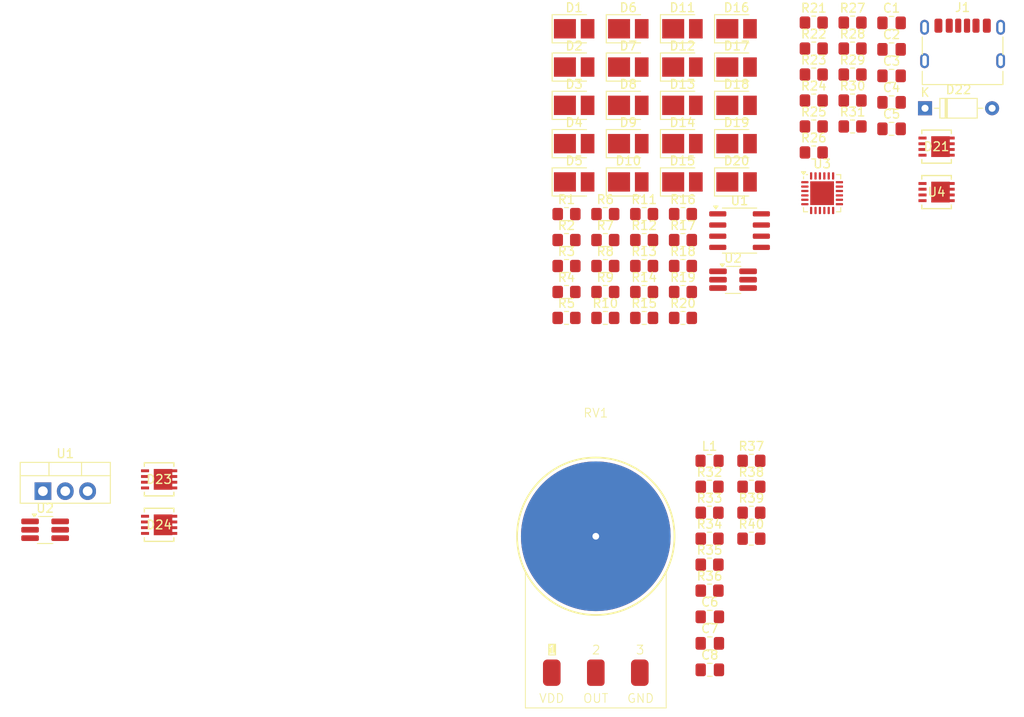
<source format=kicad_pcb>
(kicad_pcb (version 20240108) (generator "pcbnew") (generator_version "8.0")
  (layers (0 "F.Cu" signal) (31 "B.Cu" signal) (34 "B.Paste" user) (35 "F.Paste" user) (36 "B.SilkS" user "B.Silkscreen") (37 "F.SilkS" user "F.Silkscreen") (38 "B.Mask" user) (39 "F.Mask" user) (44 "Edge.Cuts" user))
  (net 0 "")
  (net 1 "/USB_C_PD_Input/VSNK")
  (net 2 "Net-(C1-Pad2)")
  (net 3 "Net-(D22-K)")
  (net 4 "GND")
  (net 5 "/USB_C_PD_Input/VREG_1v2")
  (net 6 "/USB_C_PD_Input/VREG_2v7")
  (net 7 "VBUS")
  (net 8 "Net-(D1-A)")
  (net 9 "Net-(D1-K)")
  (net 10 "Net-(D2-K)")
  (net 11 "Net-(D2-A)")
  (net 12 "Net-(D3-K)")
  (net 13 "Net-(D3-A)")
  (net 14 "Net-(D4-K)")
  (net 15 "Net-(D4-A)")
  (net 16 "Net-(D5-A)")
  (net 17 "Net-(D5-K)")
  (net 18 "Net-(D6-K)")
  (net 19 "Net-(D6-A)")
  (net 20 "Net-(D7-K)")
  (net 21 "Net-(D7-A)")
  (net 22 "Net-(D8-K)")
  (net 23 "Net-(D8-A)")
  (net 24 "Net-(D9-A)")
  (net 25 "Net-(D9-K)")
  (net 26 "Net-(D10-A)")
  (net 27 "Net-(D10-K)")
  (net 28 "Net-(D11-K)")
  (net 29 "Net-(D11-A)")
  (net 30 "Net-(D12-K)")
  (net 31 "Net-(D12-A)")
  (net 32 "Net-(D13-A)")
  (net 33 "Net-(D13-K)")
  (net 34 "Net-(D14-K)")
  (net 35 "Net-(D14-A)")
  (net 36 "Net-(D15-A)")
  (net 37 "Net-(D15-K)")
  (net 38 "Net-(D16-A)")
  (net 39 "Net-(D16-K)")
  (net 40 "Net-(D17-A)")
  (net 41 "Net-(D18-A)")
  (net 42 "Net-(D19-A)")
  (net 43 "Net-(D20-A)")
  (net 44 "/USB_C_PD_Input/CC1")
  (net 45 "/USB_C_PD_Input/CC2")
  (net 46 "/LED-")
  (net 47 "+15V")
  (net 48 "Net-(U2-BST)")
  (net 49 "/USB_C_PD_Input/RST")
  (net 50 "Net-(U4-G)")
  (net 51 "Net-(U3-VBUS_EN_SNK)")
  (net 52 "/USB_C_PD_Input/CC1_DEAD_BAT_ENB")
  (net 53 "/USB_C_PD_Input/CC2_DEAD_BAT_ENB")
  (net 54 "Net-(U3-DISCH)")
  (net 55 "/USB_C_PD_Input/VBUS_VS_DISCH")
  (net 71 "Net-(U2-SW)")
  (net 75 "/USB_C_PD_Input/ADDR0")
  (net 77 "/LED_DIM")
  (net 78 "/USB_C_PD_Input/ADDR1")
  (net 80 "/USB_C_PD_Input/ALERT")
  (net 81 "Net-(U2-FB)")
  (net 87 "LED+")
  (net 88 "Net-(R39-Pad2)")
  (net 89 "Net-(R40-Pad2)")
  (footprint "Resistor_SMD:R_0805_2012Metric_Pad1.20x1.40mm_HandSolder" (layer "F.Cu") (at 161.09 76.17)
    (property "Reference" "R7" (at 0 -1.65 0) (layer "F.SilkS"))
    (property "Value" "5R")
    (pad "1" smd roundrect (at -1 0) (size 1.2 1.4) (layers "F.Cu" "F.Paste" "F.Mask") (roundrect_rratio 0.208333) (net 12 "Net-(D3-K)"))
    (pad "2" smd roundrect (at 1 0) (size 1.2 1.4) (layers "F.Cu" "F.Paste" "F.Mask") (roundrect_rratio 0.208333) (net 21 "Net-(D7-A)"))
  )
  (footprint "Resistor_SMD:R_0805_2012Metric_Pad1.20x1.40mm_HandSolder" (layer "F.Cu") (at 169.91 73.22)
    (property "Reference" "R16" (at 0 -1.65 0) (layer "F.SilkS"))
    (property "Value" "5R")
    (pad "1" smd roundrect (at -1 0) (size 1.2 1.4) (layers "F.Cu" "F.Paste" "F.Mask") (roundrect_rratio 0.208333) (net 30 "Net-(D12-K)"))
    (pad "2" smd roundrect (at 1 0) (size 1.2 1.4) (layers "F.Cu" "F.Paste" "F.Mask") (roundrect_rratio 0.208333) (net 38 "Net-(D16-A)"))
  )
  (footprint "Resistor_SMD:R_0805_2012Metric_Pad1.20x1.40mm_HandSolder" (layer "F.Cu") (at 184.77 60.32)
    (property "Reference" "R24" (at 0 -1.65 0) (layer "F.SilkS"))
    (property "Value" "0")
    (pad "1" smd roundrect (at -1 0) (size 1.2 1.4) (layers "F.Cu" "F.Paste" "F.Mask") (roundrect_rratio 0.208333) (net 52 "/USB_C_PD_Input/CC1_DEAD_BAT_ENB"))
    (pad "2" smd roundrect (at 1 0) (size 1.2 1.4) (layers "F.Cu" "F.Paste" "F.Mask") (roundrect_rratio 0.208333) (net 44 "/USB_C_PD_Input/CC1"))
  )
  (footprint "Capacitor_SMD:C_0805_2012Metric_Pad1.18x1.45mm_HandSolder" (layer "F.Cu") (at 172.9625 121.99)
    (property "Reference" "C7" (at 0 -1.68 0) (layer "F.SilkS"))
    (property "Value" "10uF")
    (pad "1" smd roundrect (at -1.0375 0) (size 1.175 1.45) (layers "F.Cu" "F.Paste" "F.Mask") (roundrect_rratio 0.212766) (net 4 "GND"))
    (pad "2" smd roundrect (at 1.0375 0) (size 1.175 1.45) (layers "F.Cu" "F.Paste" "F.Mask") (roundrect_rratio 0.212766) (net 1 "/USB_C_PD_Input/VSNK"))
  )
  (footprint "Resistor_SMD:R_0805_2012Metric_Pad1.20x1.40mm_HandSolder" (layer "F.Cu") (at 184.77 54.42)
    (property "Reference" "R22" (at 0 -1.65 0) (layer "F.SilkS"))
    (property "Value" "100k")
    (pad "1" smd roundrect (at -1 0) (size 1.2 1.4) (layers "F.Cu" "F.Paste" "F.Mask") (roundrect_rratio 0.208333) (net 7 "VBUS"))
    (pad "2" smd roundrect (at 1 0) (size 1.2 1.4) (layers "F.Cu" "F.Paste" "F.Mask") (roundrect_rratio 0.208333) (net 50 "Net-(U4-G)"))
  )
  (footprint "ASethi_Footprints:TVS_ESDA25P35-1U1M" (layer "F.Cu") (at 110.3998 103.359401)
    (property "Reference" "D23" (at 0 0 0) (layer "F.SilkS"))
    (property "Value" "ESDA25P35-1U1M")
    (fp_poly (pts (xy 1.4986 -1.1811) (xy -0.6096 -1.1811) (xy -0.6096 1.1811) (xy 1.4986 1.1811)) (fill solid) (layer "F.Cu"))
    (pad "1" smd rect (at -1.6002 -0.974999) (size 0.9144 0.3302) (layers "F.Cu" "F.Paste" "F.Mask"))
    (pad "2" smd rect (at -1.6002 -0.325001) (size 0.9144 0.3302) (layers "F.Cu" "F.Paste" "F.Mask"))
    (pad "3" smd rect (at -1.6002 0.325001) (size 0.9144 0.3302) (layers "F.Cu" "F.Paste" "F.Mask"))
    (pad "4" smd rect (at -1.6002 0.974999) (size 0.9144 0.3302) (layers "F.Cu" "F.Paste" "F.Mask"))
    (pad "5" smd rect (at 1.6002 0.974999) (size 0.9144 0.3302) (layers "F.Cu" "F.Paste" "F.Mask"))
    (pad "6" smd rect (at 1.6002 0.325001) (size 0.9144 0.3302) (layers "F.Cu" "F.Paste" "F.Mask"))
    (pad "7" smd rect (at 1.6002 -0.325001) (size 0.9144 0.3302) (layers "F.Cu" "F.Paste" "F.Mask"))
    (pad "8" smd rect (at 1.6002 -0.974999) (size 0.9144 0.3302) (layers "F.Cu" "F.Paste" "F.Mask"))
  )
  (footprint "LED_SMD:LED_PLCC_2835_Handsoldering" (layer "F.Cu") (at 163.7 60.87)
    (property "Reference" "D8" (at 0 -2.4 0) (layer "F.SilkS"))
    (property "Value" "LED")
    (pad "1" smd rect (at -1.05 0) (size 2.5 2.2) (layers "F.Cu" "F.Paste" "F.Mask") (net 22 "Net-(D8-K)"))
    (pad "2" smd rect (at 1.525 0) (size 1.55 2.2) (layers "F.Cu" "F.Paste" "F.Mask") (net 23 "Net-(D8-A)"))
  )
  (footprint "LED_SMD:LED_PLCC_2835_Handsoldering" (layer "F.Cu") (at 169.85 65.22)
    (property "Reference" "D14" (at 0 -2.4 0) (layer "F.SilkS"))
    (property "Value" "LED")
    (pad "1" smd rect (at -1.05 0) (size 2.5 2.2) (layers "F.Cu" "F.Paste" "F.Mask") (net 34 "Net-(D14-K)"))
    (pad "2" smd rect (at 1.525 0) (size 1.55 2.2) (layers "F.Cu" "F.Paste" "F.Mask") (net 35 "Net-(D14-A)"))
  )
  (footprint "Resistor_SMD:R_0805_2012Metric_Pad1.20x1.40mm_HandSolder" (layer "F.Cu") (at 161.09 79.12)
    (property "Reference" "R8" (at 0 -1.65 0) (layer "F.SilkS"))
    (property "Value" "5R")
    (pad "1" smd roundrect (at -1 0) (size 1.2 1.4) (layers "F.Cu" "F.Paste" "F.Mask") (roundrect_rratio 0.208333) (net 14 "Net-(D4-K)"))
    (pad "2" smd roundrect (at 1 0) (size 1.2 1.4) (layers "F.Cu" "F.Paste" "F.Mask") (roundrect_rratio 0.208333) (net 23 "Net-(D8-A)"))
  )
  (footprint "Resistor_SMD:R_0805_2012Metric_Pad1.20x1.40mm_HandSolder" (layer "F.Cu") (at 172.9325 110.1)
    (property "Reference" "R34" (at 0 -1.65 0) (layer "F.SilkS"))
    (property "Value" "100k")
    (pad "1" smd roundrect (at -1 0) (size 1.2 1.4) (layers "F.Cu" "F.Paste" "F.Mask") (roundrect_rratio 0.208333) (net 49 "/USB_C_PD_Input/RST"))
    (pad "2" smd roundrect (at 1 0) (size 1.2 1.4) (layers "F.Cu" "F.Paste" "F.Mask") (roundrect_rratio 0.208333) (net 4 "GND"))
  )
  (footprint "ASethi_Footprints:TVS_ESDA25P35-1U1M" (layer "F.Cu") (at 110.3998 108.525001)
    (property "Reference" "D24" (at 0 0 0) (layer "F.SilkS"))
    (property "Value" "ESDA25P35-1U1M")
    (fp_poly (pts (xy 1.4986 -1.1811) (xy -0.6096 -1.1811) (xy -0.6096 1.1811) (xy 1.4986 1.1811)) (fill solid) (layer "F.Cu"))
    (pad "1" smd rect (at -1.6002 -0.974999) (size 0.9144 0.3302) (layers "F.Cu" "F.Paste" "F.Mask"))
    (pad "2" smd rect (at -1.6002 -0.325001) (size 0.9144 0.3302) (layers "F.Cu" "F.Paste" "F.Mask"))
    (pad "3" smd rect (at -1.6002 0.325001) (size 0.9144 0.3302) (layers "F.Cu" "F.Paste" "F.Mask"))
    (pad "4" smd rect (at -1.6002 0.974999) (size 0.9144 0.3302) (layers "F.Cu" "F.Paste" "F.Mask"))
    (pad "5" smd rect (at 1.6002 0.974999) (size 0.9144 0.3302) (layers "F.Cu" "F.Paste" "F.Mask"))
    (pad "6" smd rect (at 1.6002 0.325001) (size 0.9144 0.3302) (layers "F.Cu" "F.Paste" "F.Mask"))
    (pad "7" smd rect (at 1.6002 -0.325001) (size 0.9144 0.3302) (layers "F.Cu" "F.Paste" "F.Mask"))
    (pad "8" smd rect (at 1.6002 -0.974999) (size 0.9144 0.3302) (layers "F.Cu" "F.Paste" "F.Mask"))
  )
  (footprint "LED_SMD:LED_PLCC_2835_Handsoldering" (layer "F.Cu") (at 169.85 69.57)
    (property "Reference" "D15" (at 0 -2.4 0) (layer "F.SilkS"))
    (property "Value" "LED")
    (pad "1" smd rect (at -1.05 0) (size 2.5 2.2) (layers "F.Cu" "F.Paste" "F.Mask") (net 37 "Net-(D15-K)"))
    (pad "2" smd rect (at 1.525 0) (size 1.55 2.2) (layers "F.Cu" "F.Paste" "F.Mask") (net 36 "Net-(D15-A)"))
  )
  (footprint "Resistor_SMD:R_0805_2012Metric_Pad1.20x1.40mm_HandSolder" (layer "F.Cu") (at 184.77 63.27)
    (property "Reference" "R25" (at 0 -1.65 0) (layer "F.SilkS"))
    (property "Value" "0")
    (pad "1" smd roundrect (at -1 0) (size 1.2 1.4) (layers "F.Cu" "F.Paste" "F.Mask") (roundrect_rratio 0.208333) (net 53 "/USB_C_PD_Input/CC2_DEAD_BAT_ENB"))
    (pad "2" smd roundrect (at 1 0) (size 1.2 1.4) (layers "F.Cu" "F.Paste" "F.Mask") (roundrect_rratio 0.208333) (net 4 "GND"))
  )
  (footprint "LED_SMD:LED_PLCC_2835_Handsoldering" (layer "F.Cu") (at 157.55 56.52)
    (property "Reference" "D2" (at 0 -2.4 0) (layer "F.SilkS"))
    (property "Value" "LED")
    (pad "1" smd rect (at -1.05 0) (size 2.5 2.2) (layers "F.Cu" "F.Paste" "F.Mask") (net 10 "Net-(D2-K)"))
    (pad "2" smd rect (at 1.525 0) (size 1.55 2.2) (layers "F.Cu" "F.Paste" "F.Mask") (net 11 "Net-(D2-A)"))
  )
  (footprint "Resistor_SMD:R_0805_2012Metric_Pad1.20x1.40mm_HandSolder" (layer "F.Cu") (at 184.77 66.22)
    (property "Reference" "R26" (at 0 -1.65 0) (layer "F.SilkS"))
    (property "Value" "0")
    (pad "1" smd roundrect (at -1 0) (size 1.2 1.4) (layers "F.Cu" "F.Paste" "F.Mask") (roundrect_rratio 0.208333) (net 52 "/USB_C_PD_Input/CC1_DEAD_BAT_ENB"))
    (pad "2" smd roundrect (at 1 0) (size 1.2 1.4) (layers "F.Cu" "F.Paste" "F.Mask") (roundrect_rratio 0.208333) (net 4 "GND"))
  )
  (footprint "Resistor_SMD:R_0805_2012Metric_Pad1.20x1.40mm_HandSolder" (layer "F.Cu") (at 169.91 79.12)
    (property "Reference" "R18" (at 0 -1.65 0) (layer "F.SilkS"))
    (property "Value" "5R")
    (pad "1" smd roundrect (at -1 0) (size 1.2 1.4) (layers "F.Cu" "F.Paste" "F.Mask") (roundrect_rratio 0.208333) (net 34 "Net-(D14-K)"))
    (pad "2" smd roundrect (at 1 0) (size 1.2 1.4) (layers "F.Cu" "F.Paste" "F.Mask") (roundrect_rratio 0.208333) (net 41 "Net-(D18-A)"))
  )
  (footprint "Package_TO_SOT_THT:TO-220-3_Vertical" (layer "F.Cu") (at 97.1972 104.701601)
    (property "Reference" "U1" (at 2.54 -4.27 0) (layer "F.SilkS"))
    (property "Value" "LM7815_TO220")
    (pad "1" thru_hole rect (at 0 0) (size 1.905 2) (drill 1.1) (layers "*.Cu" "*.Mask") (net 1 "/USB_C_PD_Input/VSNK"))
    (pad "2" thru_hole oval (at 2.54 0) (size 1.905 2) (drill 1.1) (layers "*.Cu" "*.Mask") (net 4 "GND"))
    (pad "3" thru_hole oval (at 5.08 0) (size 1.905 2) (drill 1.1) (layers "*.Cu" "*.Mask") (net 47 "+15V"))
  )
  (footprint "LED_SMD:LED_PLCC_2835_Handsoldering" (layer "F.Cu") (at 176 69.57)
    (property "Reference" "D20" (at 0 -2.4 0) (layer "F.SilkS"))
    (property "Value" "LED")
    (pad "1" smd rect (at -1.05 0) (size 2.5 2.2) (layers "F.Cu" "F.Paste" "F.Mask") (net 46 "/LED-"))
    (pad "2" smd rect (at 1.525 0) (size 1.55 2.2) (layers "F.Cu" "F.Paste" "F.Mask") (net 43 "Net-(D20-A)"))
  )
  (footprint "Resistor_SMD:R_0805_2012Metric_Pad1.20x1.40mm_HandSolder" (layer "F.Cu") (at 165.5 73.22)
    (property "Reference" "R11" (at 0 -1.65 0) (layer "F.SilkS"))
    (property "Value" "5R")
    (pad "1" smd roundrect (at -1 0) (size 1.2 1.4) (layers "F.Cu" "F.Paste" "F.Mask") (roundrect_rratio 0.208333) (net 20 "Net-(D7-K)"))
    (pad "2" smd roundrect (at 1 0) (size 1.2 1.4) (layers "F.Cu" "F.Paste" "F.Mask") (roundrect_rratio 0.208333) (net 29 "Net-(D11-A)"))
  )
  (footprint "Resistor_SMD:R_0805_2012Metric_Pad1.20x1.40mm_HandSolder" (layer "F.Cu") (at 161.09 82.07)
    (property "Reference" "R9" (at 0 -1.65 0) (layer "F.SilkS"))
    (property "Value" "5R")
    (pad "1" smd roundrect (at -1 0) (size 1.2 1.4) (layers "F.Cu" "F.Paste" "F.Mask") (roundrect_rratio 0.208333) (net 17 "Net-(D5-K)"))
    (pad "2" smd roundrect (at 1 0) (size 1.2 1.4) (layers "F.Cu" "F.Paste" "F.Mask") (roundrect_rratio 0.208333) (net 24 "Net-(D9-A)"))
  )
  (footprint "Resistor_SMD:R_0805_2012Metric_Pad1.20x1.40mm_HandSolder" (layer "F.Cu") (at 177.6825 104.2)
    (property "Reference" "R38" (at 0 -1.65 0) (layer "F.SilkS"))
    (property "Value" "150mR")
    (pad "1" smd roundrect (at -1 0) (size 1.2 1.4) (layers "F.Cu" "F.Paste" "F.Mask") (roundrect_rratio 0.208333) (net 46 "/LED-"))
    (pad "2" smd roundrect (at 1 0) (size 1.2 1.4) (layers "F.Cu" "F.Paste" "F.Mask") (roundrect_rratio 0.208333) (net 4 "GND"))
  )
  (footprint "Resistor_SMD:R_0805_2012Metric_Pad1.20x1.40mm_HandSolder" (layer "F.Cu") (at 156.68 73.22)
    (property "Reference" "R1" (at 0 -1.65 0) (layer "F.SilkS"))
    (property "Value" "5R")
    (pad "1" smd roundrect (at -1 0) (size 1.2 1.4) (layers "F.Cu" "F.Paste" "F.Mask") (roundrect_rratio 0.208333) (net 87 "LED+"))
    (pad "2" smd roundrect (at 1 0) (size 1.2 1.4) (layers "F.Cu" "F.Paste" "F.Mask") (roundrect_rratio 0.208333) (net 8 "Net-(D1-A)"))
  )
  (footprint "Resistor_SMD:R_0805_2012Metric_Pad1.20x1.40mm_HandSolder" (layer "F.Cu") (at 177.6825 110.1)
    (property "Reference" "R40" (at 0 -1.65 0) (layer "F.SilkS"))
    (property "Value" "22k")
    (pad "1" smd roundrect (at -1 0) (size 1.2 1.4) (layers "F.Cu" "F.Paste" "F.Mask") (roundrect_rratio 0.208333) (net 88 "Net-(R39-Pad2)"))
    (pad "2" smd roundrect (at 1 0) (size 1.2 1.4) (layers "F.Cu" "F.Paste" "F.Mask") (roundrect_rratio 0.208333) (net 89 "Net-(R40-Pad2)"))
  )
  (footprint "Resistor_SMD:R_0805_2012Metric_Pad1.20x1.40mm_HandSolder" (layer "F.Cu") (at 189.18 54.42)
    (property "Reference" "R28" (at 0 -1.65 0) (layer "F.SilkS"))
    (property "Value" "100")
    (pad "1" smd roundrect (at -1 0) (size 1.2 1.4) (layers "F.Cu" "F.Paste" "F.Mask") (roundrect_rratio 0.208333) (net 50 "Net-(U4-G)"))
    (pad "2" smd roundrect (at 1 0) (size 1.2 1.4) (layers "F.Cu" "F.Paste" "F.Mask") (roundrect_rratio 0.208333) (net 2 "Net-(C1-Pad2)"))
  )
  (footprint "LED_SMD:LED_PLCC_2835_Handsoldering" (layer "F.Cu") (at 157.55 65.22)
    (property "Reference" "D4" (at 0 -2.4 0) (layer "F.SilkS"))
    (property "Value" "LED")
    (pad "1" smd rect (at -1.05 0) (size 2.5 2.2) (layers "F.Cu" "F.Paste" "F.Mask") (net 14 "Net-(D4-K)"))
    (pad "2" smd rect (at 1.525 0) (size 1.55 2.2) (layers "F.Cu" "F.Paste" "F.Mask") (net 15 "Net-(D4-A)"))
  )
  (footprint "Resistor_SMD:R_0805_2012Metric_Pad1.20x1.40mm_HandSolder" (layer "F.Cu") (at 169.91 82.07)
    (property "Reference" "R19" (at 0 -1.65 0) (layer "F.SilkS"))
    (property "Value" "5R")
    (pad "1" smd roundrect (at -1 0) (size 1.2 1.4) (layers "F.Cu" "F.Paste" "F.Mask") (roundrect_rratio 0.208333) (net 37 "Net-(D15-K)"))
    (pad "2" smd roundrect (at 1 0) (size 1.2 1.4) (layers "F.Cu" "F.Paste" "F.Mask") (roundrect_rratio 0.208333) (net 42 "Net-(D19-A)"))
  )
  (footprint "LED_SMD:LED_PLCC_2835_Handsoldering" (layer "F.Cu") (at 176 56.52)
    (property "Reference" "D17" (at 0 -2.4 0) (layer "F.SilkS"))
    (property "Value" "LED")
    (pad "1" smd rect (at -1.05 0) (size 2.5 2.2) (layers "F.Cu" "F.Paste" "F.Mask") (net 46 "/LED-"))
    (pad "2" smd rect (at 1.525 0) (size 1.55 2.2) (layers "F.Cu" "F.Paste" "F.Mask") (net 40 "Net-(D17-A)"))
  )
  (footprint "Inductor_SMD:L_0805_2012Metric_Pad1.15x1.40mm_HandSolder" (layer "F.Cu") (at 172.9325 101.25)
    (property "Reference" "L1" (at 0 -1.65 0) (layer "F.SilkS"))
    (property "Value" "4.7uH")
    (pad "1" smd roundrect (at -1.025 0) (size 1.15 1.4) (layers "F.Cu" "F.Paste" "F.Mask") (roundrect_rratio 0.217391) (net 71 "Net-(U2-SW)"))
    (pad "2" smd roundrect (at 1.025 0) (size 1.15 1.4) (layers "F.Cu" "F.Paste" "F.Mask") (roundrect_rratio 0.217391) (net 87 "LED+"))
  )
  (footprint "ASethi_Footprints:PDB181_K420F_103C" (layer "F.Cu") (at 160.0075 109.825)
    (property "Reference" "RV1" (at 0 -14 0) (layer "F.SilkS") (effects (font (thickness 0.1))))
    (property "Value" "R_Potentiometer")
    (fp_text user "1" (at -5.5 13.5 0) (layer "F.SilkS" knockout) (effects (font (thickness 0.1)) (justify left bottom)))
    (fp_text user "2" (at -0.5 13.5 0) (layer "F.SilkS") (effects (font (thickness 0.1)) (justify left bottom)))
    (fp_text user "OUT" (at -1.5 19 0) (layer "F.SilkS") (effects (font (thickness 0.1)) (justify left bottom)))
    (fp_text user "GND" (at 3.5 19 0) (layer "F.SilkS") (effects (font (thickness 0.1)) (justify left bottom)))
    (fp_text user "3" (at 4.5 13.5 0) (layer "F.SilkS") (effects (font (thickness 0.1)) (justify left bottom)))
    (fp_text user "VDD" (at -6.5 19 0) (layer "F.SilkS") (effects (font (thickness 0.1)) (justify left bottom)))
    (pad "" np_thru_hole circle (at 0 0) (size 17 17) (drill 0.762) (layers "F&B.Cu" "*.Mask"))
    (pad "1" smd roundrect (at -5 15.5) (size 2 3) (layers "F.Cu" "F.Paste" "F.Mask") (net 89 "Net-(R40-Pad2)"))
    (pad "2" smd roundrect (at 0 15.5) (size 2 3) (layers "F.Cu" "F.Paste" "F.Mask") (roundrect_rratio 0.2) (net 77 "/LED_DIM"))
    (pad "3" smd roundrect (at 5 15.5) (size 2 3) (layers "F.Cu" "F.Paste" "F.Mask") (net 4 "GND"))
  )
  (footprint "LED_SMD:LED_PLCC_2835_Handsoldering" (layer "F.Cu") (at 176 52.17)
    (property "Reference" "D16" (at 0 -2.4 0) (layer "F.SilkS"))
    (property "Value" "LED")
    (pad "1" smd rect (at -1.05 0) (size 2.5 2.2) (layers "F.Cu" "F.Paste" "F.Mask") (net 39 "Net-(D16-K)"))
    (pad "2" smd rect (at 1.525 0) (size 1.55 2.2) (layers "F.Cu" "F.Paste" "F.Mask") (net 38 "Net-(D16-A)"))
  )
  (footprint "Resistor_SMD:R_0805_2012Metric_Pad1.20x1.40mm_HandSolder" (layer "F.Cu") (at 165.5 79.12)
    (property "Reference" "R13" (at 0 -1.65 0) (layer "F.SilkS"))
    (property "Value" "5R")
    (pad "1" smd roundrect (at -1 0) (size 1.2 1.4) (layers "F.Cu" "F.Paste" "F.Mask") (roundrect_rratio 0.208333) (net 25 "Net-(D9-K)"))
    (pad "2" smd roundrect (at 1 0) (size 1.2 1.4) (layers "F.Cu" "F.Paste" "F.Mask") (roundrect_rratio 0.208333) (net 32 "Net-(D13-A)"))
  )
  (footprint "Resistor_SMD:R_0805_2012Metric_Pad1.20x1.40mm_HandSolder" (layer "F.Cu") (at 172.9325 116)
    (property "Reference" "R36" (at 0 -1.65 0) (layer "F.SilkS"))
    (property "Value" "0")
    (pad "1" smd roundrect (at -1 0) (size 1.2 1.4) (layers "F.Cu" "F.Paste" "F.Mask") (roundrect_rratio 0.208333) (net 6 "/USB_C_PD_Input/VREG_2v7"))
    (pad "2" smd roundrect (at 1 0) (size 1.2 1.4) (layers "F.Cu" "F.Paste" "F.Mask") (roundrect_rratio 0.208333) (net 78 "/USB_C_PD_Input/ADDR1"))
  )
  (footprint "Resistor_SMD:R_0805_2012Metric_Pad1.20x1.40mm_HandSolder" (layer "F.Cu") (at 169.91 76.17)
    (property "Reference" "R17" (at 0 -1.65 0) (layer "F.SilkS"))
    (property "Value" "5R")
    (pad "1" smd roundrect (at -1 0) (size 1.2 1.4) (layers "F.Cu" "F.Paste" "F.Mask") (roundrect_rratio 0.208333) (net 33 "Net-(D13-K)"))
    (pad "2" smd roundrect (at 1 0) (size 1.2 1.4) (layers "F.Cu" "F.Paste" "F.Mask") (roundrect_rratio 0.208333) (net 40 "Net-(D17-A)"))
  )
  (footprint "Package_TO_SOT_SMD:TSOT-23-6_HandSoldering" (layer "F.Cu") (at 175.6 80.675)
    (property "Reference" "U2" (at 0 -2.45 0) (layer "F.SilkS"))
    (property "Value" "~")
    (pad "1" smd roundrect (at -1.71 -0.95) (size 2 0.65) (layers "F.Cu" "F.Paste" "F.Mask"))
    (pad "2" smd roundrect (at -1.71 0) (size 2 0.65) (layers "F.Cu" "F.Paste" "F.Mask"))
    (pad "3" smd roundrect (at -1.71 0.95) (size 2 0.65) (layers "F.Cu" "F.Paste" "F.Mask"))
    (pad "4" smd roundrect (at 1.71 0.95) (size 2 0.65) (layers "F.Cu" "F.Paste" "F.Mask"))
    (pad "5" smd roundrect (at 1.71 0) (size 2 0.65) (layers "F.Cu" "F.Paste" "F.Mask"))
    (pad "6" smd roundrect (at 1.71 -0.95) (size 2 0.65) (layers "F.Cu" "F.Paste" "F.Mask"))
  )
  (footprint "Resistor_SMD:R_0805_2012Metric_Pad1.20x1.40mm_HandSolder" (layer "F.Cu") (at 172.9325 113.05)
    (property "Reference" "R35" (at 0 -1.65 0) (layer "F.SilkS"))
    (property "Value" "0")
    (pad "1" smd roundrect (at -1 0) (size 1.2 1.4) (layers "F.Cu" "F.Paste" "F.Mask") (roundrect_rratio 0.208333) (net 6 "/USB_C_PD_Input/VREG_2v7"))
    (pad "2" smd roundrect (at 1 0) (size 1.2 1.4) (layers "F.Cu" "F.Paste" "F.Mask") (roundrect_rratio 0.208333) (net 75 "/USB_C_PD_Input/ADDR0"))
  )
  (footprint "LED_SMD:LED_PLCC_2835_Handsoldering" (layer "F.Cu") (at 157.55 52.17)
    (property "Reference" "D1" (at 0 -2.4 0) (layer "F.SilkS"))
    (property "Value" "LED")
    (pad "1" smd rect (at -1.05 0) (size 2.5 2.2) (layers "F.Cu" "F.Paste" "F.Mask") (net 9 "Net-(D1-K)"))
    (pad "2" smd rect (at 1.525 0) (size 1.55 2.2) (layers "F.Cu" "F.Paste" "F.Mask") (net 8 "Net-(D1-A)"))
  )
  (footprint "LED_SMD:LED_PLCC_2835_Handsoldering" (layer "F.Cu") (at 169.85 52.17)
    (property "Reference" "D11" (at 0 -2.4 0) (layer "F.SilkS"))
    (property "Value" "LED")
    (pad "1" smd rect (at -1.05 0) (size 2.5 2.2) (layers "F.Cu" "F.Paste" "F.Mask") (net 28 "Net-(D11-K)"))
    (pad "2" smd rect (at 1.525 0) (size 1.55 2.2) (layers "F.Cu" "F.Paste" "F.Mask") (net 29 "Net-(D11-A)"))
  )
  (footprint "Capacitor_SMD:C_0805_2012Metric_Pad1.18x1.45mm_HandSolder" (layer "F.Cu") (at 193.61 60.53)
    (property "Reference" "C4" (at 0 -1.68 0) (layer "F.SilkS"))
    (property "Value" "1uF")
    (pad "1" smd roundrect (at -1.0375 0) (size 1.175 1.45) (layers "F.Cu" "F.Paste" "F.Mask") (roundrect_rratio 0.212766) (net 6 "/USB_C_PD_Input/VREG_2v7"))
    (pad "2" smd roundrect (at 1.0375 0) (size 1.175 1.45) (layers "F.Cu" "F.Paste" "F.Mask") (roundrect_rratio 0.212766) (net 4 "GND"))
  )
  (footprint "Capacitor_SMD:C_0805_2012Metric_Pad1.18x1.45mm_HandSolder" (layer "F.Cu") (at 193.61 63.54)
    (property "Reference" "C5" (at 0 -1.68 0) (layer "F.SilkS"))
    (property "Value" "1uF")
    (pad "1" smd roundrect (at -1.0375 0) (size 1.175 1.45) (layers "F.Cu" "F.Paste" "F.Mask") (roundrect_rratio 0.212766) (net 7 "VBUS"))
    (pad "2" smd roundrect (at 1.0375 0) (size 1.175 1.45) (layers "F.Cu" "F.Paste" "F.Mask") (roundrect_rratio 0.212766) (net 4 "GND"))
  )
  (footprint "Resistor_SMD:R_0805_2012Metric_Pad1.20x1.40mm_HandSolder" (layer "F.Cu") (at 172.9325 104.2)
    (property "Reference" "R32" (at 0 -1.65 0) (layer "F.SilkS"))
    (property "Value" "100k")
    (pad "1" smd roundrect (at -1 0) (size 1.2 1.4) (layers "F.Cu" "F.Paste" "F.Mask") (roundrect_rratio 0.208333) (net 78 "/USB_C_PD_Input/ADDR1"))
    (pad "2" smd roundrect (at 1 0) (size 1.2 1.4) (layers "F.Cu" "F.Paste" "F.Mask") (roundrect_rratio 0.208333) (net 4 "GND"))
  )
  (footprint "Capacitor_SMD:C_0805_2012Metric_Pad1.18x1.45mm_HandSolder" (layer "F.Cu") (at 193.61 51.5)
    (property "Reference" "C1" (at 0 -1.68 0) (layer "F.SilkS"))
    (property "Value" "100nF")
    (pad "1" smd roundrect (at -1.0375 0) (size 1.175 1.45) (layers "F.Cu" "F.Paste" "F.Mask") (roundrect_rratio 0.212766) (net 1 "/USB_C_PD_Input/VSNK"))
    (pad "2" smd roundrect (at 1.0375 0) (size 1.175 1.45) (layers "F.Cu" "F.Paste" "F.Mask") (roundrect_rratio 0.212766) (net 2 "Net-(C1-Pad2)"))
  )
  (footprint "LED_SMD:LED_PLCC_2835_Handsoldering" (layer "F.Cu") (at 169.85 56.52)
    (property "Reference" "D12" (at 0 -2.4 0) (layer "F.SilkS"))
    (property "Value" "LED")
    (pad "1" smd rect (at -1.05 0) (size 2.5 2.2) (layers "F.Cu" "F.Paste" "F.Mask") (net 30 "Net-(D12-K)"))
    (pad "2" smd rect (at 1.525 0) (size 1.55 2.2) (layers "F.Cu" "F.Paste" "F.Mask") (net 31 "Net-(D12-A)"))
  )
  (footprint "LED_SMD:LED_PLCC_2835_Handsoldering" (layer "F.Cu") (at 176 60.87)
    (property "Reference" "D18" (at 0 -2.4 0) (layer "F.SilkS"))
    (property "Value" "LED")
    (pad "1" smd rect (at -1.05 0) (size 2.5 2.2) (layers "F.Cu" "F.Paste" "F.Mask") (net 46 "/LED-"))
    (pad "2" smd rect (at 1.525 0) (size 1.55 2.2) (layers "F.Cu" "F.Paste" "F.Mask") (net 41 "Net-(D18-A)"))
  )
  (footprint "Resistor_SMD:R_0805_2012Metric_Pad1.20x1.40mm_HandSolder" (layer "F.Cu") (at 172.9325 107.15)
    (property "Reference" "R33" (at 0 -1.65 0) (layer "F.SilkS"))
    (property "Value" "100k")
    (pad "1" smd roundrect (at -1 0) (size 1.2 1.4) (layers "F.Cu" "F.Paste" "F.Mask") (roundrect_rratio 0.208333) (net 75 "/USB_C_PD_Input/ADDR0"))
    (pad "2" smd roundrect (at 1 0) (size 1.2 1.4) (layers "F.Cu" "F.Paste" "F.Mask") (roundrect_rratio 0.208333) (net 4 "GND"))
  )
  (footprint "Resistor_SMD:R_0805_2012Metric_Pad1.20x1.40mm_HandSolder" (layer "F.Cu") (at 184.77 51.47)
    (property "Reference" "R21" (at 0 -1.65 0) (layer "F.SilkS"))
    (property "Value" "10k")
    (pad "1" smd roundrect (at -1 0) (size 1.2 1.4) (layers "F.Cu" "F.Paste" "F.Mask") (roundrect_rratio 0.208333) (net 49 "/USB_C_PD_Input/RST"))
    (pad "2" smd roundrect (at 1 0) (size 1.2 1.4) (layers "F.Cu" "F.Paste" "F.Mask") (roundrect_rratio 0.208333) (net 4 "GND"))
  )
  (footprint "Resistor_SMD:R_0805_2012Metric_Pad1.20x1.40mm_HandSolder" (layer "F.Cu") (at 156.68 76.17)
    (property "Reference" "R2" (at 0 -1.65 0) (layer "F.SilkS"))
    (property "Value" "5R")
    (pad "1" smd roundrect (at -1 0) (size 1.2 1.4) (layers "F.Cu" "F.Paste" "F.Mask") (roundrect_rratio 0.208333) (net 87 "LED+"))
    (pad "2" smd roundrect (at 1 0) (size 1.2 1.4) (layers "F.Cu" "F.Paste" "F.Mask") (roundrect_rratio 0.208333) (net 11 "Net-(D2-A)"))
  )
  (footprint "Capacitor_SMD:C_0805_2012Metric_Pad1.18x1.45mm_HandSolder" (layer "F.Cu") (at 172.9625 125)
    (property "Reference" "C8" (at 0 -1.68 0) (layer "F.SilkS"))
    (property "Value" "10uF")
    (pad "1" smd roundrect (at -1.0375 0) (size 1.175 1.45) (layers "F.Cu" "F.Paste" "F.Mask") (roundrect_rratio 0.212766) (net 46 "/LED-"))
    (pad "2" smd roundrect (at 1.0375 0) (size 1.175 1.45) (layers "F.Cu" "F.Paste" "F.Mask") (roundrect_rratio 0.212766) (net 87 "LED+"))
  )
  (footprint "Resistor_SMD:R_0805_2012Metric_Pad1.20x1.40mm_HandSolder" (layer "F.Cu") (at 177.6825 101.25)
    (property "Reference" "R37" (at 0 -1.65 0) (layer "F.SilkS"))
    (property "Value" "1k")
    (pad "1" smd roundrect (at -1 0) (size 1.2 1.4) (layers "F.Cu" "F.Paste" "F.Mask") (roundrect_rratio 0.208333) (net 46 "/LED-"))
    (pad "2" smd roundrect (at 1 0) (size 1.2 1.4) (layers "F.Cu" "F.Paste" "F.Mask") (roundrect_rratio 0.208333) (net 81 "Net-(U2-FB)"))
  )
  (footprint "LED_SMD:LED_PLCC_2835_Handsoldering" (layer "F.Cu") (at 157.55 69.57)
    (property "Reference" "D5" (at 0 -2.4 0) (layer "F.SilkS"))
    (property "Value" "LED")
    (pad "1" smd rect (at -1.05 0) (size 2.5 2.2) (layers "F.Cu" "F.Paste" "F.Mask") (net 17 "Net-(D5-K)"))
    (pad "2" smd rect (at 1.525 0) (size 1.55 2.2) (layers "F.Cu" "F.Paste" "F.Mask") (net 16 "Net-(D5-A)"))
  )
  (footprint "Resistor_SMD:R_0805_2012Metric_Pad1.20x1.40mm_HandSolder" (layer "F.Cu") (at 156.68 85.02)
    (property "Reference" "R5" (at 0 -1.65 0) (layer "F.SilkS"))
    (property "Value" "5R")
    (pad "1" smd roundrect (at -1 0) (size 1.2 1.4) (layers "F.Cu" "F.Paste" "F.Mask") (roundrect_rratio 0.208333) (net 9 "Net-(D1-K)"))
    (pad "2" smd roundrect (at 1 0) (size 1.2 1.4) (layers "F.Cu" "F.Paste" "F.Mask") (roundrect_rratio 0.208333) (net 16 "Net-(D5-A)"))
  )
  (footprint "LED_SMD:LED_PLCC_2835_Handsoldering" (layer "F.Cu") (at 163.7 69.57)
    (property "Reference" "D10" (at 0 -2.4 0) (layer "F.SilkS"))
    (property "Value" "LED")
    (pad "1" smd rect (at -1.05 0) (size 2.5 2.2) (layers "F.Cu" "F.Paste" "F.Mask") (net 27 "Net-(D10-K)"))
    (pad "2" smd rect (at 1.525 0) (size 1.55 2.2) (layers "F.Cu" "F.Paste" "F.Mask") (net 26 "Net-(D10-A)"))
  )
  (footprint "Resistor_SMD:R_0805_2012Metric_Pad1.20x1.40mm_HandSolder" (layer "F.Cu") (at 165.5 76.17)
    (property "Reference" "R12" (at 0 -1.65 0) (layer "F.SilkS"))
    (property "Value" "5R")
    (pad "1" smd roundrect (at -1 0) (size 1.2 1.4) (layers "F.Cu" "F.Paste" "F.Mask") (roundrect_rratio 0.208333) (net 22 "Net-(D8-K)"))
    (pad "2" smd roundrect (at 1 0) (size 1.2 1.4) (layers "F.Cu" "F.Paste" "F.Mask") (roundrect_rratio 0.208333) (net 31 "Net-(D12-A)"))
  )
  (footprint "Resistor_SMD:R_0805_2012Metric_Pad1.20x1.40mm_HandSolder" (layer "F.Cu") (at 189.18 51.47)
    (property "Reference" "R27" (at 0 -1.65 0) (layer "F.SilkS"))
    (property "Value" "0")
    (pad "1" smd roundrect (at -1 0) (size 1.2 1.4) (layers "F.Cu" "F.Paste" "F.Mask") (roundrect_rratio 0.208333) (net 53 "/USB_C_PD_Input/CC2_DEAD_BAT_ENB"))
    (pad "2" smd roundrect (at 1 0) (size 1.2 1.4) (layers "F.Cu" "F.Paste" "F.Mask") (roundrect_rratio 0.208333) (net 45 "/USB_C_PD_Input/CC2"))
  )
  (footprint "Resistor_SMD:R_0805_2012Metric_Pad1.20x1.40mm_HandSolder" (layer "F.Cu") (at 177.6825 107.15)
    (property "Reference" "R39" (at 0 -1.65 0) (layer "F.SilkS"))
    (property "Value" "68k")
    (pad "1" smd roundrect (at -1 0) (size 1.2 1.4) (layers "F.Cu" "F.Paste" "F.Mask") (roundrect_rratio 0.208333) (net 47 "+15V"))
    (pad "2" smd roundrect (at 1 0) (size 1.2 1.4) (layers "F.Cu" "F.Paste" "F.Mask") (roundrect_rratio 0.208333) (net 88 "Net-(R39-Pad2)"))
  )
  (footprint "Resistor_SMD:R_0805_2012Metric_Pad1.20x1.40mm_HandSolder" (layer "F.Cu") (at 189.18 57.37)
    (property "Reference" "R29" (at 0 -1.65 0) (layer "F.SilkS"))
    (property "Value" "1k")
    (pad "1" smd roundrect (at -1 0) (size 1.2 1.4) (layers "F.Cu" "F.Paste" "F.Mask") (roundrect_rratio 0.208333) (net 54 "Net-(U3-DISCH)"))
    (pad "2" smd roundrect (at 1 0) (size 1.2 1.4) (layers "F.Cu" "F.Paste" "F.Mask") (roundrect_rratio 0.208333) (net 1 "/USB_C_PD_Input/VSNK"))
  )
  (footprint "Package_TO_SOT_SMD:TSOT-23-6_HandSoldering" (layer "F.Cu") (at 97.4472 109.086601)
    (property "Reference" "U2" (at 0 -2.45 0) (layer "F.SilkS"))
    (property "Value" "MP2410AG-Z")
    (pad "1" smd roundrect (at -1.71 -0.95) (size 2 0.65) (layers "F.Cu" "F.Paste" "F.Mask") (net 4 "GND"))
    (pad "2" smd roundrect (at -1.71 0) (size 2 0.65) (layers "F.Cu" "F.Paste" "F.Mask") (net 71 "Net-(U2-SW)"))
    (pad "3" smd roundrect (at -1.71 0.95) (size 2 0.65) (layers "F.Cu" "F.Paste" "F.Mask") (net 1 "/USB_C_PD_Input/VSNK"))
    (pad "4" smd roundrect (at 1.71 0.95) (size 2 0.65) (layers "F.Cu" "F.Paste" "F.Mask") (net 81 "Net-(U2-FB)"))
    (pad "5" smd roundrect (at 1.71 0) (size 2 0.65) (layers "F.Cu" "F.Paste" "F.Mask") (net 77 "/LED_DIM"))
    (pad "6" smd roundrect (at 1.71 -0.95) (size 2 0.65) (layers "F.Cu" "F.Paste" "F.Mask") (net 48 "Net-(U2-BST)"))
  )
  (footprint "Resistor_SMD:R_0805_2012Metric_Pad1.20x1.40mm_HandSolder" (layer "F.Cu") (at 169.91 85.02)
    (property "Reference" "R20" (at 0 -1.65 0) (layer "F.SilkS"))
    (property "Value" "5R")
    (pad "1" smd roundrect (at -1 0) (size 1.2 1.4) (layers "F.Cu" "F.Paste" "F.Mask") (roundrect_rratio 0.208333) (net 39 "Net-(D16-K)"))
    (pad "2" smd roundrect (at 1 0) (size 1.2 1.4) (layers "F.Cu" "F.Paste" "F.Mask") (roundrect_rratio 0.208333) (net 43 "Net-(D20-A)"))
  )
  (footprint "LED_SMD:LED_PLCC_2835_Handsoldering" (layer "F.Cu") (at 163.7 52.17)
    (property "Reference" "D6" (at 0 -2.4 0) (layer "F.SilkS"))
    (property "Value" "LED")
    (pad "1" smd rect (at -1.05 0) (size 2.5 2.2) (layers "F.Cu" "F.Paste" "F.Mask") (net 18 "Net-(D6-K)"))
    (pad "2" smd rect (at 1.525 0) (size 1.55 2.2) (layers "F.Cu" "F.Paste" "F.Mask") (net 19 "Net-(D6-A)"))
  )
  (footprint "Resistor_SMD:R_0805_2012Metric_Pad1.20x1.40mm_HandSolder" (layer "F.Cu") (at 156.68 79.12)
    (property "Reference" "R3" (at 0 -1.65 0) (layer "F.SilkS"))
    (property "Value" "5R")
    (pad "1" smd roundrect (at -1 0) (size 1.2 1.4) (layers "F.Cu" "F.Paste" "F.Mask") (roundrect_rratio 0.208333) (net 87 "LED+"))
    (pad "2" smd roundrect (at 1 0) (size 1.2 1.4) (layers "F.Cu" "F.Paste" "F.Mask") (roundrect_rratio 0.208333) (net 13 "Net-(D3-A)"))
  )
  (footprint "ASethi_Footprints:TVS_ESDA25P35-1U1M" (layer "F.Cu") (at 198.7226 65.5578)
    (property "Reference" "D21" (at 0 0 0) (layer "F.SilkS"))
    (property "Value" "ESDA25P35-1U1M")
    (fp_poly (pts (xy 1.4986 -1.1811) (xy -0.6096 -1.1811) (xy -0.6096 1.1811) (xy 1.4986 1.1811)) (fill solid) (layer "F.Cu"))
    (pad "1" smd rect (at -1.6002 -0.974999) (size 0.9144 0.3302) (layers "F.Cu" "F.Paste" "F.Mask"))
    (pad "2" smd rect (at -1.6002 -0.325001) (size 0.9144 0.3302) (layers "F.Cu" "F.Paste" "F.Mask"))
    (pad "3" smd rect (at -1.6002 0.325001) (size 0.9144 0.3302) (layers "F.Cu" "F.Paste" "F.Mask"))
    (pad "4" smd rect (at -1.6002 0.974999) (size 0.9144 0.3302) (layers "F.Cu" "F.Paste" "F.Mask"))
    (pad "5" smd rect (at 1.6002 0.974999) (size 0.9144 0.3302) (layers "F.Cu" "F.Paste" "F.Mask"))
    (pad "6" smd rect (at 1.6002 0.325001) (size 0.9144 0.3302) (layers "F.Cu" "F.Paste" "F.Mask"))
    (pad "7" smd rect (at 1.6002 -0.325001) (size 0.9144 0.3302) (layers "F.Cu" "F.Paste" "F.Mask"))
    (pad "8" smd rect (at 1.6002 -0.974999) (size 0.9144 0.3302) (layers "F.Cu" "F.Paste" "F.Mask"))
  )
  (footprint "Capacitor_SMD:C_0805_2012Metric_Pad1.18x1.45mm_HandSolder" (layer "F.Cu") (at 172.9625 118.98)
    (property "Reference" "C6" (at 0 -1.68 0) (layer "F.SilkS"))
    (property "Value" "10nF")
    (pad "1" smd roundrect (at -1.0375 0) (size 1.175 1.45) (layers "F.Cu" "F.Paste" "F.Mask") (roundrect_rratio 0.212766) (net 48 "Net-(U2-BST)"))
    (pad "2" smd roundrect (at 1.0375 0) (size 1.175 1.45) (layers "F.Cu" "F.Paste" "F.Mask") (roundrect_rratio 0.212766) (net 71 "Net-(U2-SW)"))
  )
  (footprint "Connector_USB:USB_C_Receptacle_HRO_TYPE-C-31-M-17" (layer "F.Cu") (at 201.68 55)
    (property "Reference" "J1" (at 0 -5.25 0) (layer "F.SilkS"))
    (property "Value" "USB_C_Receptacle")
    (pad "A5" smd roundrect (at -0.5 -3.18) (size 0.7 1.6) (layers "F.Cu" "F.Paste" "F.Mask") (net 44 "/USB_C_PD_Input/CC1"))
    (pad "A9" smd roundrect (at 1.52 -3.18) (size 0.8 1.6) (layers "F.Cu" "F.Paste" "F.Mask") (net 7 "VBUS"))
    (pad "A12" smd roundrect (at 2.75 -3.18) (size 0.9 1.6) (layers "F.Cu" "F.Paste" "F.Mask") (net 4 "GND"))
    (pad "B5" smd roundrect (at 0.5 -3.18) (size 0.7 1.6) (layers "F.Cu" "F.Paste" "F.Mask") (net 45 "/USB_C_PD_Input/CC2"))
    (pad "B9" smd roundrect (at -1.52 -3.18) (size 0.8 1.6) (layers "F.Cu" "F.Paste" "F.Mask") (net 7 "VBUS"))
    (pad "B12" smd roundrect (at -2.75 -3.18) (size 0.9 1.6) (layers "F.Cu" "F.Paste" "F.Mask") (net 4 "GND"))
    (pad "S1" thru_hole oval (at -4.32 -3) (size 1 1.7) (drill oval 0.5 1.2) (layers "*.Cu" "*.Mask") (net 4 "GND"))
    (pad "S1" thru_hole oval (at -4.32 0.8) (size 1 1.7) (drill oval 0.5 1.2) (layers "*.Cu" "*.Mask") (net 4 "GND"))
    (pad "S1" thru_hole oval (at 4.32 -3) (size 1 1.7) (drill oval 0.5 1.2) (layers "*.Cu" "*.Mask") (net 4 "GND"))
    (pad "S1" thru_hole oval (at 4.32 0.8) (size 1 1.7) (drill oval 0.5 1.2) (layers "*.Cu" "*.Mask") (net 4 "GND"))
  )
  (footprint "Resistor_SMD:R_0805_2012Metric_Pad1.20x1.40mm_HandSolder" (layer "F.Cu") (at 156.68 82.07)
    (property "Reference" "R4" (at 0 -1.65 0) (layer "F.SilkS"))
    (property "Value" "5R")
    (pad "1" smd roundrect (at -1 0) (size 1.2 1.4) (layers "F.Cu" "F.Paste" "F.Mask") (roundrect_rratio 0.208333) (net 87 "LED+"))
    (pad "2" smd roundrect (at 1 0) (size 1.2 1.4) (layers "F.Cu" "F.Paste" "F.Mask") (roundrect_rratio 0.208333) (net 15 "Net-(D4-A)"))
  )
  (footprint "Resistor_SMD:R_0805_2012Metric_Pad1.20x1.40mm_HandSolder" (layer "F.Cu") (at 165.5 85.02)
    (property "Reference" "R15" (at 0 -1.65 0) (layer "F.SilkS"))
    (property "Value" "5R")
    (pad "1" smd roundrect (at -1 0) (size 1.2 1.4) (layers "F.Cu" "F.Paste" "F.Mask") (roundrect_rratio 0.208333) (net 28 "Net-(D11-K)"))
    (pad "2" smd roundrect (at 1 0) (size 1.2 1.4) (layers "F.Cu" "F.Paste" "F.Mask") (roundrect_rratio 0.208333) (net 36 "Net-(D15-A)"))
  )
  (footprint "Resistor_SMD:R_0805_2012Metric_Pad1.20x1.40mm_HandSolder" (layer "F.Cu") (at 161.09 85.02)
    (property "Reference" "R10" (at 0 -1.65 0) (layer "F.SilkS"))
    (property "Value" "5R")
    (pad "1" smd roundrect (at -1 0) (size 1.2 1.4) (layers "F.Cu" "F.Paste" "F.Mask") (roundrect_rratio 0.208333) (net 18 "Net-(D6-K)"))
    (pad "2" smd roundrect (at 1 0) (size 1.2 1.4) (layers "F.Cu" "F.Paste" "F.Mask") (roundrect_rratio 0.208333) (net 26 "Net-(D10-A)"))
  )
  (footprint "Diode_THT:D_DO-35_SOD27_P7.62mm_Horizontal" (layer "F.Cu") (at 197.41 61.2)
    (property "Reference" "D22" (at 3.81 -2.12 0) (layer "F.SilkS"))
    (property "Value" "1N4148")
    (fp_text user "K" (at 0 -1.8 0) (layer "F.SilkS"))
    (pad "1" thru_hole rect (at 0 0) (size 1.6 1.6) (drill 0.8) (layers "*.Cu" "*.Mask") (net 3 "Net-(D22-K)"))
    (pad "2" thru_hole oval (at 7.62 0) (size 1.6 1.6) (drill 0.8) (layers "*.Cu" "*.Mask") (net 7 "VBUS"))
  )
  (footprint "Capacitor_SMD:C_0805_2012Metric_Pad1.18x1.45mm_HandSolder" (layer "F.Cu") (at 193.61 54.51)
    (property "Reference" "C2" (at 0 -1.68 0) (layer "F.SilkS"))
    (property "Value" "1uF")
    (pad "1" smd roundrect (at -1.0375 0) (size 1.175 1.45) (layers "F.Cu" "F.Paste" "F.Mask") (roundrect_rratio 0.212766) (net 3 "Net-(D22-K)"))
    (pad "2" smd roundrect (at 1.0375 0) (size 1.175 1.45) (layers "F.Cu" "F.Paste" "F.Mask") (roundrect_rratio 0.212766) (net 4 "GND"))
  )
  (footprint "Package_SO:SOIC-8_3.9x4.9mm_P1.27mm" (layer "F.Cu") (at 176.34 75.1)
    (property "Reference" "U1" (at 0 -3.4 0) (layer "F.SilkS"))
    (property "Value" "ICM7555xB")
    (pad "1" smd roundrect (at -2.475 -1.905) (size 1.95 0.6) (layers "F.Cu" "F.Paste" "F.Mask"))
    (pad "2" smd roundrect (at -2.475 -0.635) (size 1.95 0.6) (layers "F.Cu" "F.Paste" "F.Mask"))
    (pad "3" smd roundrect (at -2.475 0.635) (size 1.95 0.6) (layers "F.Cu" "F.Paste" "F.Mask"))
    (pad "4" smd roundrect (at -2.475 1.905) (size 1.95 0.6) (layers "F.Cu" "F.Paste" "F.Mask"))
    (pad "5" smd roundrect (at 2.475 1.905) (size 1.95 0.6) (layers "F.Cu" "F.Paste" "F.Mask"))
    (pad "6" smd roundrect (at 2.475 0.635) (size 1.95 0.6) (layers "F.Cu" "F.Paste" "F.Mask"))
    (pad "7" smd roundrect (at 2.475 -0.635) (size 1.95 0.6) (layers "F.Cu" "F.Paste" "F.Mask"))
    (pad "8" smd roundrect (at 2.475 -1.905) (size 1.95 0.6) (layers "F.Cu" "F.Paste" "F.Mask"))
  )
  (footprint "Capacitor_SMD:C_0805_2012Metric_Pad1.18x1.45mm_HandSolder" (layer "F.Cu") (at 193.61 57.52)
    (property "Reference" "C3" (at 0 -1.68 0) (layer "F.SilkS"))
    (property "Value" "1uF")
    (pad "1" smd roundrect (at -1.0375 0) (size 1.175 1.45) (layers "F.Cu" "F.Paste" "F.Mask") (roundrect_rratio 0.212766) (net 5 "/USB_C_PD_Input/VREG_1v2"))
    (pad "2" smd roundrect (at 1.0375 0) (size 1.175 1.45) (layers "F.Cu" "F.Paste" "F.Mask") (roundrect_rratio 0.212766) (net 4 "GND"))
  )
  (footprint "LED_SMD:LED_PLCC_2835_Handsoldering" (layer "F.Cu") (at 163.7 65.22)
    (property "Reference" "D9" (at 0 -2.4 0) (layer "F.SilkS"))
    (property "Value" "LED")
    (pad "1" smd rect (at -1.05 0) (size 2.5 2.2) (layers "F.Cu" "F.Paste" "F.Mask") (net 25 "Net-(D9-K)"))
    (pad "2" smd rect (at 1.525 0) (size 1.55 2.2) (layers "F.Cu" "F.Paste" "F.Mask") (net 24 "Net-(D9-A)"))
  )
  (footprint "Resistor_SMD:R_0805_2012Metric_Pad1.20x1.40mm_HandSolder" (layer "F.Cu") (at 165.5 82.07)
    (property "Reference" "R14" (at 0 -1.65 0) (layer "F.SilkS"))
    (property "Value" "5R")
    (pad "1" smd roundrect (at -1 0) (size 1.2 1.4) (layers "F.Cu" "F.Paste" "F.Mask") (roundrect_rratio 0.208333) (net 27 "Net-(D10-K)"))
    (pad "2" smd roundrect (at 1 0) (size 1.2 1.4) (layers "F.Cu" "F.Paste" "F.Mask") (roundrect_rratio 0.208333) (net 35 "Net-(D14-A)"))
  )
  (footprint "Resistor_SMD:R_0805_2012Metric_Pad1.20x1.40mm_HandSolder" (layer "F.Cu") (at 184.77 57.37)
    (property "Reference" "R23" (at 0 -1.65 0) (layer "F.SilkS"))
    (property "Value" "22k")
    (pad "1" smd roundrect (at -1 0) (size 1.2 1.4) (layers "F.Cu" "F.Paste" "F.Mask") (roundrect_rratio 0.208333) (net 50 "Net-(U4-G)"))
    (pad "2" smd roundrect (at 1 0) (size 1.2 1.4) (layers "F.Cu" "F.Paste" "F.Mask") (roundrect_rratio 0.208333) (net 51 "Net-(U3-VBUS_EN_SNK)"))
  )
  (footprint "Package_DFN_QFN:QFN-24-1EP_4x4mm_P0.5mm_EP2.7x2.7mm" (layer "F.Cu") (at 185.72 70.85)
    (property "Reference" "U3" (at 0 -3.33 0) (layer "F.SilkS"))
    (property "Value" "STUSB4500QTR")
    (pad "1" smd roundrect (at -1.9625 -1.25) (size 0.825 0.25) (layers "F.Cu" "F.Paste" "F.Mask") (net 52 "/USB_C_PD_Input/CC1_DEAD_BAT_ENB"))
    (pad "2" smd roundrect (at -1.9625 -0.75) (size 0.825 0.25) (layers "F.Cu" "F.Paste" "F.Mask") (net 44 "/USB_C_PD_Input/CC1"))
    (pad "3" smd roundrect (at -1.9625 -0.25) (size 0.825 0.25) (layers "F.Cu" "F.Paste" "F.Mask"))
    (pad "4" smd roundrect (at -1.9625 0.25) (size 0.825 0.25) (layers "F.Cu" "F.Paste" "F.Mask") (net 45 "/USB_C_PD_Input/CC2"))
    (pad "5" smd roundrect (at -1.9625 0.75) (size 0.825 0.25) (layers "F.Cu" "F.Paste" "F.Mask") (net 53 "/USB_C_PD_Input/CC2_DEAD_BAT_ENB"))
    (pad "6" smd roundrect (at -1.9625 1.25) (size 0.825 0.25) (layers "F.Cu" "F.Paste" "F.Mask") (net 49 "/USB_C_PD_Input/RST"))
    (pad "7" smd roundrect (at -1.25 1.9625) (size 0.25 0.825) (layers "F.Cu" "F.Paste" "F.Mask") (net 4 "GND"))
    (pad "8" smd roundrect (at -0.75 1.9625) (size 0.25 0.825) (layers "F.Cu" "F.Paste" "F.Mask") (net 4 "GND"))
    (pad "9" smd roundrect (at -0.25 1.9625) (size 0.25 0.825) (layers "F.Cu" "F.Paste" "F.Mask") (net 54 "Net-(U3-DISCH)"))
    (pad "10" smd roundrect (at 0.25 1.9625) (size 0.25 0.825) (layers "F.Cu" "F.Paste" "F.Mask") (net 4 "GND"))
    (pad "11" smd roundrect (at 0.75 1.9625) (size 0.25 0.825) (layers "F.Cu" "F.Paste" "F.Mask"))
    (pad "12" smd roundrect (at 1.25 1.9625) (size 0.25 0.825) (layers "F.Cu" "F.Paste" "F.Mask") (net 75 "/USB_C_PD_Input/ADDR0"))
    (pad "13" smd roundrect (at 1.9625 1.25) (size 0.825 0.25) (layers "F.Cu" "F.Paste" "F.Mask") (net 78 "/USB_C_PD_Input/ADDR1"))
    (pad "14" smd roundrect (at 1.9625 0.75) (size 0.825 0.25) (layers "F.Cu" "F.Paste" "F.Mask"))
    (pad "15" smd roundrect (at 1.9625 0.25) (size 0.825 0.25) (layers "F.Cu" "F.Paste" "F.Mask"))
    (pad "16" smd roundrect (at 1.9625 -0.25) (size 0.825 0.25) (layers "F.Cu" "F.Paste" "F.Mask") (net 51 "Net-(U3-VBUS_EN_SNK)"))
    (pad "17" smd roundrect (at 1.9625 -0.75) (size 0.825 0.25) (layers "F.Cu" "F.Paste" "F.Mask"))
    (pad "18" smd roundrect (at 1.9625 -1.25) (size 0.825 0.25) (layers "F.Cu" "F.Paste" "F.Mask") (net 55 "/USB_C_PD_Input/VBUS_VS_DISCH"))
    (pad "19" smd roundrect (at 1.25 -1.9625) (size 0.25 0.825) (layers "F.Cu" "F.Paste" "F.Mask") (net 80 "/USB_C_PD_Input/ALERT"))
    (pad "20" smd roundrect (at 0.75 -1.9625) (size 0.25 0.825) (layers "F.Cu" "F.Paste" "F.Mask"))
    (pad "21" smd roundrect (at 0.25 -1.9625) (size 0.25 0.825) (layers "F.Cu" "F.Paste" "F.Mask") (net 5 "/USB_C_PD_Input/VREG_1v2"))
    (pad "22" smd roundrect (at -0.25 -1.9625) (size 0.25 0.825) (layers "F.Cu" "F.Paste" "F.Mask") (net 4 "GND"))
    (pad "23" smd roundrect (at -0.75 -1.9625) (size 0.25 0.825) (layers "F.Cu" "F.Paste" "F.Mask") (net 6 "/USB_C_PD_Input/VREG_2v7"))
    (pad "24" smd roundrect (at -1.25 -1.9625) (size 0.25 0.825) (layers "F.Cu" "F.Paste" "F.Mask") (net 7 "VBUS"))
    (pad "25" smd rect (at 0 0) (size 2.7 2.7) (property pad_prop_heatsink) (layers "F.Cu" "F.Mask") (net 4 "GND"))
  )
  (footprint "LED_SMD:LED_PLCC_2835_Handsoldering" (layer "F.Cu") (at 169.85 60.87)
    (property "Reference" "D13" (at 0 -2.4 0) (layer "F.SilkS"))
    (property "Value" "LED")
    (pad "1" smd rect (at -1.05 0) (size 2.5 2.2) (layers "F.Cu" "F.Paste" "F.Mask") (net 33 "Net-(D13-K)"))
    (pad "2" smd rect (at 1.525 0) (size 1.55 2.2) (layers "F.Cu" "F.Paste" "F.Mask") (net 32 "Net-(D13-A)"))
  )
  (footprint "ASethi_Footprints:POWERFLAT_3P3X3P3_STM" (layer "F.Cu") (at 198.7226 70.7234)
    (property "Reference" "U4" (at 0 0 0) (layer "F.SilkS"))
    (property "Value" "STL6P3LLH6")
    (fp_poly (pts (xy 1.4986 -1.1811) (xy -0.6096 -1.1811) (xy -0.6096 1.1811) (xy 1.4986 1.1811)) (fill solid) (layer "F.Cu"))
    (pad "1" smd rect (at -1.6002 -0.974999) (size 0.9144 0.3302) (layers "F.Cu" "F.Paste" "F.Mask"))
    (pad "2" smd rect (at -1.6002 -0.325001) (size 0.9144 0.3302) (layers "F.Cu" "F.Paste" "F.Mask"))
    (pad "3" smd rect (at -1.6002 0.325001) (size 0.9144 0.3302) (layers "F.Cu" "F.Paste" "F.Mask") (net 7 "VBUS"))
    (pad "4" smd rect (at -1.6002 0.974999) (size 0.9144 0.3302) (layers "F.Cu" "F.Paste" "F.Mask") (net 50 "Net-(U4-G)"))
    (pad "5" smd rect (at 1.6002 0.974999) (size 0.9144 0.3302) (layers "F.Cu" "F.Paste" "F.Mask") (net 1 "/USB_C_PD_Input/VSNK"))
    (pad "6" smd rect (at 1.6002 0.325001) (size 0.9144 0.3302) (layers "F.Cu" "F.Paste" "F.Mask"))
    (pad "7" smd rect (at 1.6002 -0.325001) (size 0.9144 0.3302) (layers "F.Cu" "F.Paste" "F.Mask"))
    (pad "8" smd rect (at 1.6002 -0.974999) (size 0.9144 0.3302) (layers "F.Cu" "F.Paste" "F.Mask"))
  )
  (footprint "Resistor_SMD:R_0805_2012Metric_Pad1.20x1.40mm_HandSolder" (layer "F.Cu") (at 189.18 60.32)
    (property "Reference" "R30" (at 0 -1.65 0) (layer "F.SilkS"))
    (property "Value" "1k")
    (pad "1" smd roundrect (at -1 0) (size 1.2 1.4) (layers "F.Cu" "F.Paste" "F.Mask") (roundrect_rratio 0.208333) (net 3 "Net-(D22-K)"))
    (pad "2" smd roundrect (at 1 0) (size 1.2 1.4) (layers "F.Cu" "F.Paste" "F.Mask") (roundrect_rratio 0.208333) (net 55 "/USB_C_PD_Input/VBUS_VS_DISCH"))
  )
  (footprint "LED_SMD:LED_PLCC_2835_Handsoldering" (layer "F.Cu") (at 163.7 56.52)
    (property "Reference" "D7" (at 0 -2.4 0) (layer "F.SilkS"))
    (property "Value" "LED")
    (pad "1" smd rect (at -1.05 0) (size 2.5 2.2) (layers "F.Cu" "F.Paste" "F.Mask") (net 20 "Net-(D7-K)"))
    (pad "2" smd rect (at 1.525 0) (size 1.55 2.2) (layers "F.Cu" "F.Paste" "F.Mask") (net 21 "Net-(D7-A)"))
  )
  (footprint "LED_SMD:LED_PLCC_2835_Handsoldering" (layer "F.Cu") (at 157.55 60.87)
    (property "Reference" "D3" (at 0 -2.4 0) (layer "F.SilkS"))
    (property "Value" "LED")
    (pad "1" smd rect (at -1.05 0) (size 2.5 2.2) (layers "F.Cu" "F.Paste" "F.Mask") (net 12 "Net-(D3-K)"))
    (pad "2" smd rect (at 1.525 0) (size 1.55 2.2) (layers "F.Cu" "F.Paste" "F.Mask") (net 13 "Net-(D3-A)"))
  )
  (footprint "Resistor_SMD:R_0805_2012Metric_Pad1.20x1.40mm_HandSolder" (layer "F.Cu") (at 189.18 63.27)
    (property "Reference" "R31" (at 0 -1.65 0) (layer "F.SilkS"))
    (property "Value" "470")
    (pad "1" smd roundrect (at -1 0) (size 1.2 1.4) (layers "F.Cu" "F.Paste" "F.Mask") (roundrect_rratio 0.208333) (net 7 "VBUS"))
    (pad "2" smd roundrect (at 1 0) (size 1.2 1.4) (layers "F.Cu" "F.Paste" "F.Mask") (roundrect_rratio 0.208333) (net 3 "Net-(D22-K)"))
  )
  (footprint "LED_SMD:LED_PLCC_2835_Handsoldering" (layer "F.Cu") (at 176 65.22)
    (property "Reference" "D19" (at 0 -2.4 0) (layer "F.SilkS"))
    (property "Value" "LED")
    (pad "1" smd rect (at -1.05 0) (size 2.5 2.2) (layers "F.Cu" "F.Paste" "F.Mask") (net 46 "/LED-"))
    (pad "2" smd rect (at 1.525 0) (size 1.55 2.2) (layers "F.Cu" "F.Paste" "F.Mask") (net 42 "Net-(D19-A)"))
  )
  (footprint "Resistor_SMD:R_0805_2012Metric_Pad1.20x1.40mm_HandSolder" (layer "F.Cu") (at 161.09 73.22)
    (property "Reference" "R6" (at 0 -1.65 0) (layer "F.SilkS"))
    (property "Value" "5R")
    (pad "1" smd roundrect (at -1 0) (size 1.2 1.4) (layers "F.Cu" "F.Paste" "F.Mask") (roundrect_rratio 0.208333) (net 10 "Net-(D2-K)"))
    (pad "2" smd roundrect (at 1 0) (size 1.2 1.4) (layers "F.Cu" "F.Paste" "F.Mask") (roundrect_rratio 0.208333) (net 19 "Net-(D6-A)"))
  )
)
</source>
